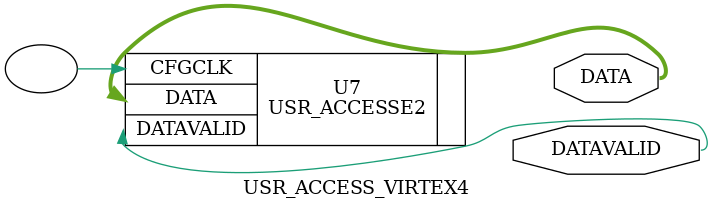
<source format=v>
`timescale 1 ps/1 ps

module USR_ACCESS_VIRTEX4 (DATA, DATAVALID);

    output [31:0] DATA;
    output DATAVALID;


USR_ACCESSE2 U7 ( .CFGCLK(), .DATA(DATA), .DATAVALID(DATAVALID));

endmodule

</source>
